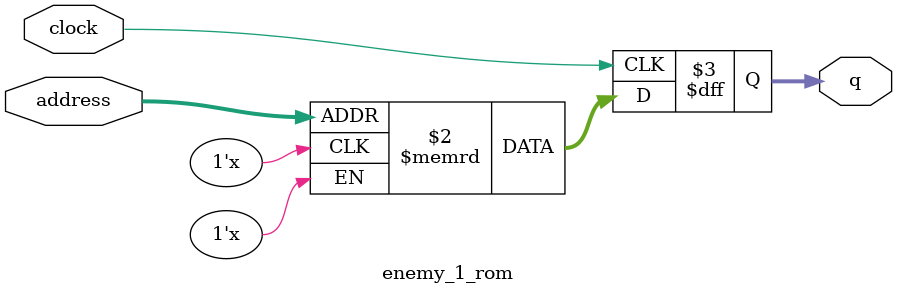
<source format=sv>
module enemy_1_rom (
	input logic clock,
	input logic [9:0] address,
	output logic [2:0] q
);

logic [2:0] memory [0:1023] /* synthesis ram_init_file = "./enemy_1/enemy_1.mif" */;

always_ff @ (posedge clock) begin
	q <= memory[address];
end

endmodule

</source>
